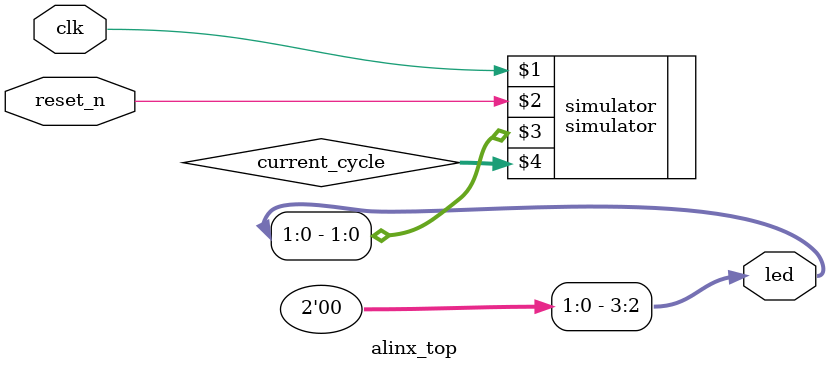
<source format=v>
module alinx_top(input wire clk, reset_n,
			output wire [3:0] led);

	assign led[3:2] = 2'b0;

	// instantiate the simulator
	
	parameter MAX_CYCLE_WIDTH = 32;
   
	wire [MAX_CYCLE_WIDTH-1:0] current_cycle;

	simulator #(MAX_CYCLE_WIDTH) simulator(clk, reset_n, led[1:0], current_cycle);
			
endmodule

</source>
